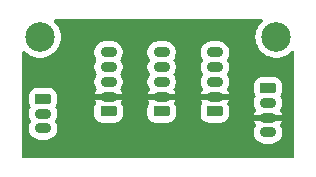
<source format=gbr>
%TF.GenerationSoftware,KiCad,Pcbnew,8.0.3-8.0.3-0~ubuntu22.04.1*%
%TF.CreationDate,2024-06-15T19:30:21-04:00*%
%TF.ProjectId,head_board,68656164-5f62-46f6-9172-642e6b696361,rev?*%
%TF.SameCoordinates,Original*%
%TF.FileFunction,Copper,L2,Bot*%
%TF.FilePolarity,Positive*%
%FSLAX46Y46*%
G04 Gerber Fmt 4.6, Leading zero omitted, Abs format (unit mm)*
G04 Created by KiCad (PCBNEW 8.0.3-8.0.3-0~ubuntu22.04.1) date 2024-06-15 19:30:21*
%MOMM*%
%LPD*%
G01*
G04 APERTURE LIST*
G04 Aperture macros list*
%AMRoundRect*
0 Rectangle with rounded corners*
0 $1 Rounding radius*
0 $2 $3 $4 $5 $6 $7 $8 $9 X,Y pos of 4 corners*
0 Add a 4 corners polygon primitive as box body*
4,1,4,$2,$3,$4,$5,$6,$7,$8,$9,$2,$3,0*
0 Add four circle primitives for the rounded corners*
1,1,$1+$1,$2,$3*
1,1,$1+$1,$4,$5*
1,1,$1+$1,$6,$7*
1,1,$1+$1,$8,$9*
0 Add four rect primitives between the rounded corners*
20,1,$1+$1,$2,$3,$4,$5,0*
20,1,$1+$1,$4,$5,$6,$7,0*
20,1,$1+$1,$6,$7,$8,$9,0*
20,1,$1+$1,$8,$9,$2,$3,0*%
G04 Aperture macros list end*
%TA.AperFunction,ComponentPad*%
%ADD10RoundRect,0.225000X-0.475000X0.225000X-0.475000X-0.225000X0.475000X-0.225000X0.475000X0.225000X0*%
%TD*%
%TA.AperFunction,ComponentPad*%
%ADD11O,1.400000X0.900000*%
%TD*%
%TA.AperFunction,ComponentPad*%
%ADD12RoundRect,0.225000X0.475000X-0.225000X0.475000X0.225000X-0.475000X0.225000X-0.475000X-0.225000X0*%
%TD*%
%TA.AperFunction,ViaPad*%
%ADD13C,2.500000*%
%TD*%
G04 APERTURE END LIST*
D10*
%TO.P,J2,1,Pin_1*%
%TO.N,SDA*%
X91300000Y-76325000D03*
D11*
%TO.P,J2,2,Pin_2*%
%TO.N,SCL*%
X91300000Y-77575000D03*
%TO.P,J2,3,Pin_3*%
%TO.N,GND*%
X91300000Y-78825000D03*
%TO.P,J2,4,Pin_4*%
%TO.N,3V3*%
X91300000Y-80075000D03*
%TD*%
D12*
%TO.P,J3,1,Pin_1*%
%TO.N,3V3*%
X77800000Y-78300000D03*
D11*
%TO.P,J3,2,Pin_2*%
%TO.N,GND*%
X77800000Y-77050000D03*
%TO.P,J3,3,Pin_3*%
%TO.N,SDA*%
X77800000Y-75800000D03*
%TO.P,J3,4,Pin_4*%
%TO.N,SCL*%
X77800000Y-74550000D03*
%TO.P,J3,5,Pin_5*%
%TO.N,Left Shut*%
X77800000Y-73300000D03*
%TD*%
D12*
%TO.P,J4,1,Pin_1*%
%TO.N,3V3*%
X82300000Y-78300000D03*
D11*
%TO.P,J4,2,Pin_2*%
%TO.N,GND*%
X82300000Y-77050000D03*
%TO.P,J4,3,Pin_3*%
%TO.N,SDA*%
X82300000Y-75800000D03*
%TO.P,J4,4,Pin_4*%
%TO.N,SCL*%
X82300000Y-74550000D03*
%TO.P,J4,5,Pin_5*%
%TO.N,Center Shut*%
X82300000Y-73300000D03*
%TD*%
D10*
%TO.P,J1,1,Pin_1*%
%TO.N,Right Shut*%
X72250000Y-77250000D03*
D11*
%TO.P,J1,2,Pin_2*%
%TO.N,Center Shut*%
X72250000Y-78500000D03*
%TO.P,J1,3,Pin_3*%
%TO.N,Left Shut*%
X72250000Y-79750000D03*
%TD*%
D12*
%TO.P,J5,1,Pin_1*%
%TO.N,3V3*%
X86800000Y-78300000D03*
D11*
%TO.P,J5,2,Pin_2*%
%TO.N,GND*%
X86800000Y-77050000D03*
%TO.P,J5,3,Pin_3*%
%TO.N,SDA*%
X86800000Y-75800000D03*
%TO.P,J5,4,Pin_4*%
%TO.N,SCL*%
X86800000Y-74550000D03*
%TO.P,J5,5,Pin_5*%
%TO.N,Right Shut*%
X86800000Y-73300000D03*
%TD*%
D13*
%TO.N,*%
X72000000Y-72000000D03*
X92000000Y-72000000D03*
%TD*%
%TA.AperFunction,Conductor*%
%TO.N,GND*%
G36*
X90793558Y-70520185D02*
G01*
X90839313Y-70572989D01*
X90849257Y-70642147D01*
X90820232Y-70705703D01*
X90810860Y-70715399D01*
X90713198Y-70806014D01*
X90549614Y-71011143D01*
X90418432Y-71238356D01*
X90322582Y-71482578D01*
X90322576Y-71482597D01*
X90264197Y-71738374D01*
X90264196Y-71738379D01*
X90244592Y-71999995D01*
X90244592Y-72000004D01*
X90264196Y-72261620D01*
X90264197Y-72261625D01*
X90322576Y-72517402D01*
X90322578Y-72517411D01*
X90322580Y-72517416D01*
X90418432Y-72761643D01*
X90549614Y-72988857D01*
X90576648Y-73022756D01*
X90713198Y-73193985D01*
X90894753Y-73362441D01*
X90905521Y-73372433D01*
X91122296Y-73520228D01*
X91122301Y-73520230D01*
X91122302Y-73520231D01*
X91122303Y-73520232D01*
X91247843Y-73580688D01*
X91358673Y-73634061D01*
X91358674Y-73634061D01*
X91358677Y-73634063D01*
X91609385Y-73711396D01*
X91868818Y-73750500D01*
X92131182Y-73750500D01*
X92390615Y-73711396D01*
X92641323Y-73634063D01*
X92877704Y-73520228D01*
X93094479Y-73372433D01*
X93217830Y-73257980D01*
X93290207Y-73190825D01*
X93291525Y-73192246D01*
X93344572Y-73160616D01*
X93414403Y-73162958D01*
X93471882Y-73202681D01*
X93498760Y-73267173D01*
X93499500Y-73280697D01*
X93499500Y-82125500D01*
X93479815Y-82192539D01*
X93427011Y-82238294D01*
X93375500Y-82249500D01*
X70624500Y-82249500D01*
X70557461Y-82229815D01*
X70511706Y-82177011D01*
X70500500Y-82125500D01*
X70500500Y-76976647D01*
X71049500Y-76976647D01*
X71049500Y-77523337D01*
X71049501Y-77523355D01*
X71059650Y-77622707D01*
X71059651Y-77622710D01*
X71112996Y-77783694D01*
X71113001Y-77783705D01*
X71177977Y-77889046D01*
X71196418Y-77956438D01*
X71175542Y-78023032D01*
X71157678Y-78049767D01*
X71086027Y-78222748D01*
X71086025Y-78222756D01*
X71049500Y-78406379D01*
X71049500Y-78593620D01*
X71086025Y-78777243D01*
X71086027Y-78777251D01*
X71157676Y-78950228D01*
X71157680Y-78950235D01*
X71228423Y-79056110D01*
X71249300Y-79122787D01*
X71230815Y-79190167D01*
X71228423Y-79193890D01*
X71157680Y-79299764D01*
X71157676Y-79299771D01*
X71086027Y-79472748D01*
X71086025Y-79472756D01*
X71049500Y-79656379D01*
X71049500Y-79843620D01*
X71086025Y-80027243D01*
X71086027Y-80027251D01*
X71157676Y-80200228D01*
X71157681Y-80200237D01*
X71261697Y-80355907D01*
X71261700Y-80355911D01*
X71394088Y-80488299D01*
X71394092Y-80488302D01*
X71549762Y-80592318D01*
X71549768Y-80592321D01*
X71549769Y-80592322D01*
X71722749Y-80663973D01*
X71906379Y-80700499D01*
X71906383Y-80700500D01*
X71906384Y-80700500D01*
X72593617Y-80700500D01*
X72593618Y-80700499D01*
X72777251Y-80663973D01*
X72950231Y-80592322D01*
X73105908Y-80488302D01*
X73238302Y-80355908D01*
X73342322Y-80200231D01*
X73413973Y-80027251D01*
X73450500Y-79843616D01*
X73450500Y-79656384D01*
X73413973Y-79472749D01*
X73342322Y-79299769D01*
X73342319Y-79299764D01*
X73342318Y-79299762D01*
X73271577Y-79193891D01*
X73250699Y-79127213D01*
X73269183Y-79059833D01*
X73271577Y-79056109D01*
X73342318Y-78950237D01*
X73342319Y-78950235D01*
X73342322Y-78950231D01*
X73413973Y-78777251D01*
X73450500Y-78593616D01*
X73450500Y-78406384D01*
X73413973Y-78222749D01*
X73342322Y-78049769D01*
X73324457Y-78023032D01*
X73303580Y-77956357D01*
X73322022Y-77889046D01*
X73387003Y-77783697D01*
X73440349Y-77622708D01*
X73450500Y-77523345D01*
X73450499Y-76976656D01*
X73440349Y-76877292D01*
X73387003Y-76716303D01*
X73386999Y-76716297D01*
X73386998Y-76716294D01*
X73297970Y-76571959D01*
X73297967Y-76571955D01*
X73178044Y-76452032D01*
X73178040Y-76452029D01*
X73033705Y-76363001D01*
X73033699Y-76362998D01*
X73033697Y-76362997D01*
X73014262Y-76356557D01*
X72872709Y-76309651D01*
X72773346Y-76299500D01*
X71726662Y-76299500D01*
X71726644Y-76299501D01*
X71627292Y-76309650D01*
X71627289Y-76309651D01*
X71466305Y-76362996D01*
X71466294Y-76363001D01*
X71321959Y-76452029D01*
X71321955Y-76452032D01*
X71202032Y-76571955D01*
X71202029Y-76571959D01*
X71113001Y-76716294D01*
X71112996Y-76716305D01*
X71059651Y-76877290D01*
X71049500Y-76976647D01*
X70500500Y-76976647D01*
X70500500Y-73280697D01*
X70520185Y-73213658D01*
X70572989Y-73167903D01*
X70642147Y-73157959D01*
X70705703Y-73186984D01*
X70709737Y-73190885D01*
X70709793Y-73190825D01*
X70792077Y-73267173D01*
X70905521Y-73372433D01*
X71122296Y-73520228D01*
X71122301Y-73520230D01*
X71122302Y-73520231D01*
X71122303Y-73520232D01*
X71247843Y-73580688D01*
X71358673Y-73634061D01*
X71358674Y-73634061D01*
X71358677Y-73634063D01*
X71609385Y-73711396D01*
X71868818Y-73750500D01*
X72131182Y-73750500D01*
X72390615Y-73711396D01*
X72641323Y-73634063D01*
X72877704Y-73520228D01*
X73094479Y-73372433D01*
X73273443Y-73206379D01*
X76599500Y-73206379D01*
X76599500Y-73393620D01*
X76636025Y-73577243D01*
X76636027Y-73577251D01*
X76707676Y-73750228D01*
X76707680Y-73750235D01*
X76778423Y-73856110D01*
X76799300Y-73922787D01*
X76780815Y-73990167D01*
X76778423Y-73993890D01*
X76707680Y-74099764D01*
X76707676Y-74099771D01*
X76636027Y-74272748D01*
X76636025Y-74272756D01*
X76599500Y-74456379D01*
X76599500Y-74643620D01*
X76636025Y-74827243D01*
X76636027Y-74827251D01*
X76707676Y-75000228D01*
X76707680Y-75000235D01*
X76778423Y-75106110D01*
X76799300Y-75172787D01*
X76780815Y-75240167D01*
X76778423Y-75243890D01*
X76707680Y-75349764D01*
X76707676Y-75349771D01*
X76636027Y-75522748D01*
X76636025Y-75522756D01*
X76599500Y-75706379D01*
X76599500Y-75893620D01*
X76636025Y-76077243D01*
X76636027Y-76077251D01*
X76707676Y-76250228D01*
X76707684Y-76250242D01*
X76778723Y-76356560D01*
X76799601Y-76423237D01*
X76781116Y-76490617D01*
X76778723Y-76494340D01*
X76708127Y-76599994D01*
X76708119Y-76600008D01*
X76636507Y-76772896D01*
X76636506Y-76772899D01*
X76631115Y-76799999D01*
X76631116Y-76800000D01*
X77633012Y-76800000D01*
X77615795Y-76809940D01*
X77559940Y-76865795D01*
X77520444Y-76934204D01*
X77500000Y-77010504D01*
X77500000Y-77089496D01*
X77520444Y-77165796D01*
X77559940Y-77234205D01*
X77615795Y-77290060D01*
X77633012Y-77300000D01*
X76631116Y-77300000D01*
X76636506Y-77327100D01*
X76636507Y-77327103D01*
X76708119Y-77499991D01*
X76708124Y-77500000D01*
X76725829Y-77526497D01*
X76746707Y-77593175D01*
X76728266Y-77660484D01*
X76663000Y-77766296D01*
X76662996Y-77766305D01*
X76609651Y-77927290D01*
X76599500Y-78026647D01*
X76599500Y-78573337D01*
X76599501Y-78573355D01*
X76609650Y-78672707D01*
X76609651Y-78672710D01*
X76662996Y-78833694D01*
X76663001Y-78833705D01*
X76752029Y-78978040D01*
X76752032Y-78978044D01*
X76871955Y-79097967D01*
X76871959Y-79097970D01*
X77016294Y-79186998D01*
X77016297Y-79186999D01*
X77016303Y-79187003D01*
X77177292Y-79240349D01*
X77276655Y-79250500D01*
X78323344Y-79250499D01*
X78323352Y-79250498D01*
X78323355Y-79250498D01*
X78377760Y-79244940D01*
X78422708Y-79240349D01*
X78583697Y-79187003D01*
X78728044Y-79097968D01*
X78847968Y-78978044D01*
X78937003Y-78833697D01*
X78990349Y-78672708D01*
X79000500Y-78573345D01*
X79000499Y-78026656D01*
X79000353Y-78025231D01*
X78990349Y-77927292D01*
X78990348Y-77927289D01*
X78937003Y-77766303D01*
X78871732Y-77660483D01*
X78853292Y-77593094D01*
X78874170Y-77526495D01*
X78891880Y-77499990D01*
X78963492Y-77327103D01*
X78963493Y-77327100D01*
X78968884Y-77300000D01*
X77966988Y-77300000D01*
X77984205Y-77290060D01*
X78040060Y-77234205D01*
X78079556Y-77165796D01*
X78100000Y-77089496D01*
X78100000Y-77010504D01*
X78079556Y-76934204D01*
X78040060Y-76865795D01*
X77984205Y-76809940D01*
X77966988Y-76800000D01*
X78968884Y-76800000D01*
X78968884Y-76799999D01*
X78963493Y-76772899D01*
X78963492Y-76772896D01*
X78891880Y-76600008D01*
X78891875Y-76600000D01*
X78821275Y-76494340D01*
X78800397Y-76427663D01*
X78818881Y-76360283D01*
X78821243Y-76356606D01*
X78892322Y-76250231D01*
X78963973Y-76077251D01*
X79000500Y-75893616D01*
X79000500Y-75706384D01*
X78963973Y-75522749D01*
X78892322Y-75349769D01*
X78892319Y-75349764D01*
X78892318Y-75349762D01*
X78821577Y-75243891D01*
X78800699Y-75177213D01*
X78819183Y-75109833D01*
X78821577Y-75106109D01*
X78892318Y-75000237D01*
X78892319Y-75000235D01*
X78892322Y-75000231D01*
X78963973Y-74827251D01*
X79000500Y-74643616D01*
X79000500Y-74456384D01*
X78963973Y-74272749D01*
X78892322Y-74099769D01*
X78892319Y-74099764D01*
X78892318Y-74099762D01*
X78821577Y-73993891D01*
X78800699Y-73927213D01*
X78819183Y-73859833D01*
X78821577Y-73856109D01*
X78892318Y-73750237D01*
X78892319Y-73750235D01*
X78892322Y-73750231D01*
X78963973Y-73577251D01*
X79000500Y-73393616D01*
X79000500Y-73206384D01*
X79000499Y-73206379D01*
X81099500Y-73206379D01*
X81099500Y-73393620D01*
X81136025Y-73577243D01*
X81136027Y-73577251D01*
X81207676Y-73750228D01*
X81207680Y-73750235D01*
X81278423Y-73856110D01*
X81299300Y-73922787D01*
X81280815Y-73990167D01*
X81278423Y-73993890D01*
X81207680Y-74099764D01*
X81207676Y-74099771D01*
X81136027Y-74272748D01*
X81136025Y-74272756D01*
X81099500Y-74456379D01*
X81099500Y-74643620D01*
X81136025Y-74827243D01*
X81136027Y-74827251D01*
X81207676Y-75000228D01*
X81207680Y-75000235D01*
X81278423Y-75106110D01*
X81299300Y-75172787D01*
X81280815Y-75240167D01*
X81278423Y-75243890D01*
X81207680Y-75349764D01*
X81207676Y-75349771D01*
X81136027Y-75522748D01*
X81136025Y-75522756D01*
X81099500Y-75706379D01*
X81099500Y-75893620D01*
X81136025Y-76077243D01*
X81136027Y-76077251D01*
X81207676Y-76250228D01*
X81207684Y-76250242D01*
X81278723Y-76356560D01*
X81299601Y-76423237D01*
X81281116Y-76490617D01*
X81278723Y-76494340D01*
X81208127Y-76599994D01*
X81208119Y-76600008D01*
X81136507Y-76772896D01*
X81136506Y-76772899D01*
X81131115Y-76799999D01*
X81131116Y-76800000D01*
X82133012Y-76800000D01*
X82115795Y-76809940D01*
X82059940Y-76865795D01*
X82020444Y-76934204D01*
X82000000Y-77010504D01*
X82000000Y-77089496D01*
X82020444Y-77165796D01*
X82059940Y-77234205D01*
X82115795Y-77290060D01*
X82133012Y-77300000D01*
X81131116Y-77300000D01*
X81136506Y-77327100D01*
X81136507Y-77327103D01*
X81208119Y-77499991D01*
X81208124Y-77500000D01*
X81225829Y-77526497D01*
X81246707Y-77593175D01*
X81228266Y-77660484D01*
X81163000Y-77766296D01*
X81162996Y-77766305D01*
X81109651Y-77927290D01*
X81099500Y-78026647D01*
X81099500Y-78573337D01*
X81099501Y-78573355D01*
X81109650Y-78672707D01*
X81109651Y-78672710D01*
X81162996Y-78833694D01*
X81163001Y-78833705D01*
X81252029Y-78978040D01*
X81252032Y-78978044D01*
X81371955Y-79097967D01*
X81371959Y-79097970D01*
X81516294Y-79186998D01*
X81516297Y-79186999D01*
X81516303Y-79187003D01*
X81677292Y-79240349D01*
X81776655Y-79250500D01*
X82823344Y-79250499D01*
X82823352Y-79250498D01*
X82823355Y-79250498D01*
X82877760Y-79244940D01*
X82922708Y-79240349D01*
X83083697Y-79187003D01*
X83228044Y-79097968D01*
X83347968Y-78978044D01*
X83437003Y-78833697D01*
X83490349Y-78672708D01*
X83500500Y-78573345D01*
X83500499Y-78026656D01*
X83500353Y-78025231D01*
X83490349Y-77927292D01*
X83490348Y-77927289D01*
X83437003Y-77766303D01*
X83371732Y-77660483D01*
X83353292Y-77593094D01*
X83374170Y-77526495D01*
X83391880Y-77499990D01*
X83463492Y-77327103D01*
X83463493Y-77327100D01*
X83468884Y-77300000D01*
X82466988Y-77300000D01*
X82484205Y-77290060D01*
X82540060Y-77234205D01*
X82579556Y-77165796D01*
X82600000Y-77089496D01*
X82600000Y-77010504D01*
X82579556Y-76934204D01*
X82540060Y-76865795D01*
X82484205Y-76809940D01*
X82466988Y-76800000D01*
X83468884Y-76800000D01*
X83468884Y-76799999D01*
X83463493Y-76772899D01*
X83463492Y-76772896D01*
X83391880Y-76600008D01*
X83391875Y-76600000D01*
X83321275Y-76494340D01*
X83300397Y-76427663D01*
X83318881Y-76360283D01*
X83321243Y-76356606D01*
X83392322Y-76250231D01*
X83463973Y-76077251D01*
X83500500Y-75893616D01*
X83500500Y-75706384D01*
X83463973Y-75522749D01*
X83392322Y-75349769D01*
X83392319Y-75349764D01*
X83392318Y-75349762D01*
X83321577Y-75243891D01*
X83300699Y-75177213D01*
X83319183Y-75109833D01*
X83321577Y-75106109D01*
X83392318Y-75000237D01*
X83392319Y-75000235D01*
X83392322Y-75000231D01*
X83463973Y-74827251D01*
X83500500Y-74643616D01*
X83500500Y-74456384D01*
X83463973Y-74272749D01*
X83392322Y-74099769D01*
X83392319Y-74099764D01*
X83392318Y-74099762D01*
X83321577Y-73993891D01*
X83300699Y-73927213D01*
X83319183Y-73859833D01*
X83321577Y-73856109D01*
X83392318Y-73750237D01*
X83392319Y-73750235D01*
X83392322Y-73750231D01*
X83463973Y-73577251D01*
X83500500Y-73393616D01*
X83500500Y-73206384D01*
X83500499Y-73206379D01*
X85599500Y-73206379D01*
X85599500Y-73393620D01*
X85636025Y-73577243D01*
X85636027Y-73577251D01*
X85707676Y-73750228D01*
X85707680Y-73750235D01*
X85778423Y-73856110D01*
X85799300Y-73922787D01*
X85780815Y-73990167D01*
X85778423Y-73993890D01*
X85707680Y-74099764D01*
X85707676Y-74099771D01*
X85636027Y-74272748D01*
X85636025Y-74272756D01*
X85599500Y-74456379D01*
X85599500Y-74643620D01*
X85636025Y-74827243D01*
X85636027Y-74827251D01*
X85707676Y-75000228D01*
X85707680Y-75000235D01*
X85778423Y-75106110D01*
X85799300Y-75172787D01*
X85780815Y-75240167D01*
X85778423Y-75243890D01*
X85707680Y-75349764D01*
X85707676Y-75349771D01*
X85636027Y-75522748D01*
X85636025Y-75522756D01*
X85599500Y-75706379D01*
X85599500Y-75893620D01*
X85636025Y-76077243D01*
X85636027Y-76077251D01*
X85707676Y-76250228D01*
X85707684Y-76250242D01*
X85778723Y-76356560D01*
X85799601Y-76423237D01*
X85781116Y-76490617D01*
X85778723Y-76494340D01*
X85708127Y-76599994D01*
X85708119Y-76600008D01*
X85636507Y-76772896D01*
X85636506Y-76772899D01*
X85631115Y-76799999D01*
X85631116Y-76800000D01*
X86633012Y-76800000D01*
X86615795Y-76809940D01*
X86559940Y-76865795D01*
X86520444Y-76934204D01*
X86500000Y-77010504D01*
X86500000Y-77089496D01*
X86520444Y-77165796D01*
X86559940Y-77234205D01*
X86615795Y-77290060D01*
X86633012Y-77300000D01*
X85631116Y-77300000D01*
X85636506Y-77327100D01*
X85636507Y-77327103D01*
X85708119Y-77499991D01*
X85708124Y-77500000D01*
X85725829Y-77526497D01*
X85746707Y-77593175D01*
X85728266Y-77660484D01*
X85663000Y-77766296D01*
X85662996Y-77766305D01*
X85609651Y-77927290D01*
X85599500Y-78026647D01*
X85599500Y-78573337D01*
X85599501Y-78573355D01*
X85609650Y-78672707D01*
X85609651Y-78672710D01*
X85662996Y-78833694D01*
X85663001Y-78833705D01*
X85752029Y-78978040D01*
X85752032Y-78978044D01*
X85871955Y-79097967D01*
X85871959Y-79097970D01*
X86016294Y-79186998D01*
X86016297Y-79186999D01*
X86016303Y-79187003D01*
X86177292Y-79240349D01*
X86276655Y-79250500D01*
X87323344Y-79250499D01*
X87323352Y-79250498D01*
X87323355Y-79250498D01*
X87377760Y-79244940D01*
X87422708Y-79240349D01*
X87583697Y-79187003D01*
X87728044Y-79097968D01*
X87847968Y-78978044D01*
X87937003Y-78833697D01*
X87990349Y-78672708D01*
X88000500Y-78573345D01*
X88000499Y-78026656D01*
X88000353Y-78025231D01*
X87990349Y-77927292D01*
X87990348Y-77927289D01*
X87937003Y-77766303D01*
X87871732Y-77660483D01*
X87853292Y-77593094D01*
X87874170Y-77526495D01*
X87891880Y-77499990D01*
X87963492Y-77327103D01*
X87963493Y-77327100D01*
X87968884Y-77300000D01*
X86966988Y-77300000D01*
X86984205Y-77290060D01*
X87040060Y-77234205D01*
X87079556Y-77165796D01*
X87100000Y-77089496D01*
X87100000Y-77010504D01*
X87079556Y-76934204D01*
X87040060Y-76865795D01*
X86984205Y-76809940D01*
X86966988Y-76800000D01*
X87968884Y-76800000D01*
X87968884Y-76799999D01*
X87963493Y-76772899D01*
X87963492Y-76772896D01*
X87891880Y-76600008D01*
X87891875Y-76600000D01*
X87821275Y-76494340D01*
X87800397Y-76427663D01*
X87818881Y-76360283D01*
X87821243Y-76356606D01*
X87892322Y-76250231D01*
X87963973Y-76077251D01*
X87969066Y-76051647D01*
X90099500Y-76051647D01*
X90099500Y-76598337D01*
X90099501Y-76598355D01*
X90109650Y-76697707D01*
X90109651Y-76697710D01*
X90162996Y-76858694D01*
X90163001Y-76858705D01*
X90227977Y-76964046D01*
X90246418Y-77031438D01*
X90225542Y-77098032D01*
X90207678Y-77124767D01*
X90136027Y-77297748D01*
X90136025Y-77297756D01*
X90099500Y-77481379D01*
X90099500Y-77668620D01*
X90136025Y-77852243D01*
X90136027Y-77852251D01*
X90207676Y-78025228D01*
X90207684Y-78025242D01*
X90278723Y-78131560D01*
X90299601Y-78198237D01*
X90281116Y-78265617D01*
X90278723Y-78269340D01*
X90208127Y-78374994D01*
X90208119Y-78375008D01*
X90136507Y-78547896D01*
X90136506Y-78547899D01*
X90131115Y-78574999D01*
X90131116Y-78575000D01*
X91133012Y-78575000D01*
X91115795Y-78584940D01*
X91059940Y-78640795D01*
X91020444Y-78709204D01*
X91000000Y-78785504D01*
X91000000Y-78864496D01*
X91020444Y-78940796D01*
X91059940Y-79009205D01*
X91115795Y-79065060D01*
X91133012Y-79075000D01*
X90131116Y-79075000D01*
X90136506Y-79102100D01*
X90136507Y-79102103D01*
X90208119Y-79274991D01*
X90208127Y-79275005D01*
X90278723Y-79380660D01*
X90299601Y-79447337D01*
X90281116Y-79514717D01*
X90278723Y-79518440D01*
X90207684Y-79624757D01*
X90207676Y-79624771D01*
X90136027Y-79797748D01*
X90136025Y-79797756D01*
X90099500Y-79981379D01*
X90099500Y-80168620D01*
X90136025Y-80352243D01*
X90136027Y-80352251D01*
X90207676Y-80525228D01*
X90207681Y-80525237D01*
X90311697Y-80680907D01*
X90311700Y-80680911D01*
X90444088Y-80813299D01*
X90444092Y-80813302D01*
X90599762Y-80917318D01*
X90599768Y-80917321D01*
X90599769Y-80917322D01*
X90772749Y-80988973D01*
X90956379Y-81025499D01*
X90956383Y-81025500D01*
X90956384Y-81025500D01*
X91643617Y-81025500D01*
X91643618Y-81025499D01*
X91827251Y-80988973D01*
X92000231Y-80917322D01*
X92155908Y-80813302D01*
X92288302Y-80680908D01*
X92392322Y-80525231D01*
X92463973Y-80352251D01*
X92500500Y-80168616D01*
X92500500Y-79981384D01*
X92463973Y-79797749D01*
X92392322Y-79624769D01*
X92321274Y-79518439D01*
X92300397Y-79451763D01*
X92318881Y-79384383D01*
X92321276Y-79380657D01*
X92391874Y-79275001D01*
X92391880Y-79274991D01*
X92463492Y-79102103D01*
X92463493Y-79102100D01*
X92468884Y-79075000D01*
X91466988Y-79075000D01*
X91484205Y-79065060D01*
X91540060Y-79009205D01*
X91579556Y-78940796D01*
X91600000Y-78864496D01*
X91600000Y-78785504D01*
X91579556Y-78709204D01*
X91540060Y-78640795D01*
X91484205Y-78584940D01*
X91466988Y-78575000D01*
X92468884Y-78575000D01*
X92468884Y-78574999D01*
X92463493Y-78547899D01*
X92463492Y-78547896D01*
X92391880Y-78375008D01*
X92391875Y-78375000D01*
X92321275Y-78269340D01*
X92300397Y-78202663D01*
X92318881Y-78135283D01*
X92321243Y-78131606D01*
X92392322Y-78025231D01*
X92463973Y-77852251D01*
X92500500Y-77668616D01*
X92500500Y-77481384D01*
X92463973Y-77297749D01*
X92392322Y-77124769D01*
X92374457Y-77098032D01*
X92353580Y-77031357D01*
X92372022Y-76964046D01*
X92437003Y-76858697D01*
X92490349Y-76697708D01*
X92500500Y-76598345D01*
X92500499Y-76051656D01*
X92490349Y-75952292D01*
X92437003Y-75791303D01*
X92436999Y-75791297D01*
X92436998Y-75791294D01*
X92347970Y-75646959D01*
X92347967Y-75646955D01*
X92228044Y-75527032D01*
X92228040Y-75527029D01*
X92083705Y-75438001D01*
X92083699Y-75437998D01*
X92083697Y-75437997D01*
X92083694Y-75437996D01*
X91922709Y-75384651D01*
X91823346Y-75374500D01*
X90776662Y-75374500D01*
X90776644Y-75374501D01*
X90677292Y-75384650D01*
X90677289Y-75384651D01*
X90516305Y-75437996D01*
X90516294Y-75438001D01*
X90371959Y-75527029D01*
X90371955Y-75527032D01*
X90252032Y-75646955D01*
X90252029Y-75646959D01*
X90163001Y-75791294D01*
X90162996Y-75791305D01*
X90109651Y-75952290D01*
X90099500Y-76051647D01*
X87969066Y-76051647D01*
X88000500Y-75893616D01*
X88000500Y-75706384D01*
X87963973Y-75522749D01*
X87892322Y-75349769D01*
X87892319Y-75349764D01*
X87892318Y-75349762D01*
X87821577Y-75243891D01*
X87800699Y-75177213D01*
X87819183Y-75109833D01*
X87821577Y-75106109D01*
X87892318Y-75000237D01*
X87892319Y-75000235D01*
X87892322Y-75000231D01*
X87963973Y-74827251D01*
X88000500Y-74643616D01*
X88000500Y-74456384D01*
X87963973Y-74272749D01*
X87892322Y-74099769D01*
X87892319Y-74099764D01*
X87892318Y-74099762D01*
X87821577Y-73993891D01*
X87800699Y-73927213D01*
X87819183Y-73859833D01*
X87821577Y-73856109D01*
X87892318Y-73750237D01*
X87892319Y-73750235D01*
X87892322Y-73750231D01*
X87963973Y-73577251D01*
X88000500Y-73393616D01*
X88000500Y-73206384D01*
X87963973Y-73022749D01*
X87892322Y-72849769D01*
X87892321Y-72849768D01*
X87892318Y-72849762D01*
X87788302Y-72694092D01*
X87788299Y-72694088D01*
X87655911Y-72561700D01*
X87655907Y-72561697D01*
X87500237Y-72457681D01*
X87500228Y-72457676D01*
X87327251Y-72386027D01*
X87327243Y-72386025D01*
X87143620Y-72349500D01*
X87143616Y-72349500D01*
X86456384Y-72349500D01*
X86456379Y-72349500D01*
X86272756Y-72386025D01*
X86272748Y-72386027D01*
X86099771Y-72457676D01*
X86099762Y-72457681D01*
X85944092Y-72561697D01*
X85944088Y-72561700D01*
X85811700Y-72694088D01*
X85811697Y-72694092D01*
X85707681Y-72849762D01*
X85707676Y-72849771D01*
X85636027Y-73022748D01*
X85636025Y-73022756D01*
X85599500Y-73206379D01*
X83500499Y-73206379D01*
X83463973Y-73022749D01*
X83392322Y-72849769D01*
X83392321Y-72849768D01*
X83392318Y-72849762D01*
X83288302Y-72694092D01*
X83288299Y-72694088D01*
X83155911Y-72561700D01*
X83155907Y-72561697D01*
X83000237Y-72457681D01*
X83000228Y-72457676D01*
X82827251Y-72386027D01*
X82827243Y-72386025D01*
X82643620Y-72349500D01*
X82643616Y-72349500D01*
X81956384Y-72349500D01*
X81956379Y-72349500D01*
X81772756Y-72386025D01*
X81772748Y-72386027D01*
X81599771Y-72457676D01*
X81599762Y-72457681D01*
X81444092Y-72561697D01*
X81444088Y-72561700D01*
X81311700Y-72694088D01*
X81311697Y-72694092D01*
X81207681Y-72849762D01*
X81207676Y-72849771D01*
X81136027Y-73022748D01*
X81136025Y-73022756D01*
X81099500Y-73206379D01*
X79000499Y-73206379D01*
X78963973Y-73022749D01*
X78892322Y-72849769D01*
X78892321Y-72849768D01*
X78892318Y-72849762D01*
X78788302Y-72694092D01*
X78788299Y-72694088D01*
X78655911Y-72561700D01*
X78655907Y-72561697D01*
X78500237Y-72457681D01*
X78500228Y-72457676D01*
X78327251Y-72386027D01*
X78327243Y-72386025D01*
X78143620Y-72349500D01*
X78143616Y-72349500D01*
X77456384Y-72349500D01*
X77456379Y-72349500D01*
X77272756Y-72386025D01*
X77272748Y-72386027D01*
X77099771Y-72457676D01*
X77099762Y-72457681D01*
X76944092Y-72561697D01*
X76944088Y-72561700D01*
X76811700Y-72694088D01*
X76811697Y-72694092D01*
X76707681Y-72849762D01*
X76707676Y-72849771D01*
X76636027Y-73022748D01*
X76636025Y-73022756D01*
X76599500Y-73206379D01*
X73273443Y-73206379D01*
X73286805Y-73193981D01*
X73450386Y-72988857D01*
X73581568Y-72761643D01*
X73677420Y-72517416D01*
X73735802Y-72261630D01*
X73755408Y-72000000D01*
X73735802Y-71738370D01*
X73677420Y-71482584D01*
X73581568Y-71238357D01*
X73450386Y-71011143D01*
X73286805Y-70806019D01*
X73286804Y-70806018D01*
X73286801Y-70806014D01*
X73189140Y-70715399D01*
X73153385Y-70655371D01*
X73155760Y-70585541D01*
X73195511Y-70528081D01*
X73260016Y-70501233D01*
X73273481Y-70500500D01*
X90726519Y-70500500D01*
X90793558Y-70520185D01*
G37*
%TD.AperFunction*%
%TD*%
M02*

</source>
